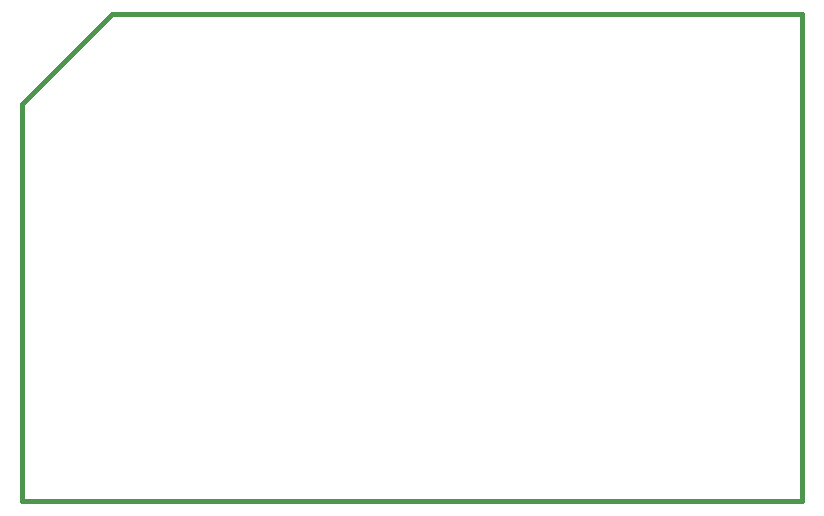
<source format=gm1>
G04 #@! TF.GenerationSoftware,KiCad,Pcbnew,5.0.2+dfsg1-1*
G04 #@! TF.CreationDate,2021-01-23T15:11:15+01:00*
G04 #@! TF.ProjectId,ramcard,72616d63-6172-4642-9e6b-696361645f70,2021*
G04 #@! TF.SameCoordinates,Original*
G04 #@! TF.FileFunction,Profile,NP*
%FSLAX46Y46*%
G04 Gerber Fmt 4.6, Leading zero omitted, Abs format (unit mm)*
G04 Created by KiCad (PCBNEW 5.0.2+dfsg1-1) date sam. 23 janv. 2021 15:11:15 CET*
%MOMM*%
%LPD*%
G01*
G04 APERTURE LIST*
%ADD10C,0.381000*%
G04 APERTURE END LIST*
D10*
X45593000Y-33782000D02*
X53213000Y-26162000D01*
X53213000Y-26162000D02*
X111633000Y-26162000D01*
X45593000Y-33782000D02*
X45593000Y-67437000D01*
X45593000Y-67437000D02*
X111633000Y-67437000D01*
X111633000Y-67437000D02*
X111633000Y-26162000D01*
M02*

</source>
